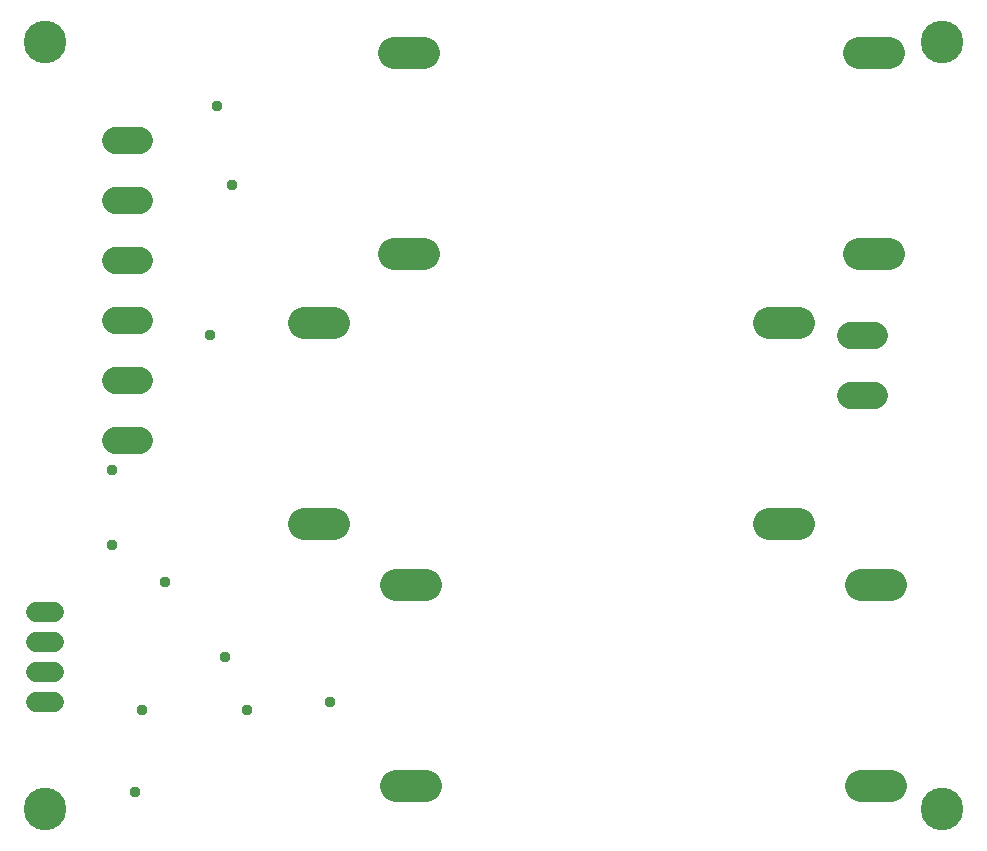
<source format=gbs>
G75*
%MOIN*%
%OFA0B0*%
%FSLAX25Y25*%
%IPPOS*%
%LPD*%
%AMOC8*
5,1,8,0,0,1.08239X$1,22.5*
%
%ADD10C,0.14186*%
%ADD11C,0.10800*%
%ADD12C,0.09050*%
%ADD13C,0.06800*%
%ADD14C,0.03778*%
D10*
X0157559Y0206811D03*
X0157559Y0462717D03*
X0456772Y0462717D03*
X0456772Y0206811D03*
D11*
X0439531Y0214500D02*
X0429531Y0214500D01*
X0429531Y0281500D02*
X0439531Y0281500D01*
X0409000Y0302000D02*
X0399000Y0302000D01*
X0399000Y0369000D02*
X0409000Y0369000D01*
X0429000Y0392000D02*
X0439000Y0392000D01*
X0439000Y0459000D02*
X0429000Y0459000D01*
X0284000Y0459000D02*
X0274000Y0459000D01*
X0274000Y0392000D02*
X0284000Y0392000D01*
X0254000Y0369000D02*
X0244000Y0369000D01*
X0244000Y0302000D02*
X0254000Y0302000D01*
X0274531Y0281500D02*
X0284531Y0281500D01*
X0284531Y0214500D02*
X0274531Y0214500D01*
D12*
X0189125Y0330000D02*
X0180875Y0330000D01*
X0180875Y0350000D02*
X0189125Y0350000D01*
X0189125Y0370000D02*
X0180875Y0370000D01*
X0180875Y0390000D02*
X0189125Y0390000D01*
X0189125Y0410000D02*
X0180875Y0410000D01*
X0180875Y0430000D02*
X0189125Y0430000D01*
X0425875Y0365000D02*
X0434125Y0365000D01*
X0434125Y0345000D02*
X0425875Y0345000D01*
D13*
X0160500Y0272500D02*
X0154500Y0272500D01*
X0154500Y0262500D02*
X0160500Y0262500D01*
X0160500Y0252500D02*
X0154500Y0252500D01*
X0154500Y0242500D02*
X0160500Y0242500D01*
D14*
X0187500Y0212500D03*
X0190000Y0240000D03*
X0217500Y0257500D03*
X0225000Y0240000D03*
X0252500Y0242500D03*
X0197500Y0282500D03*
X0180000Y0295000D03*
X0180000Y0320000D03*
X0212500Y0365000D03*
X0220000Y0415000D03*
X0215000Y0441319D03*
M02*

</source>
